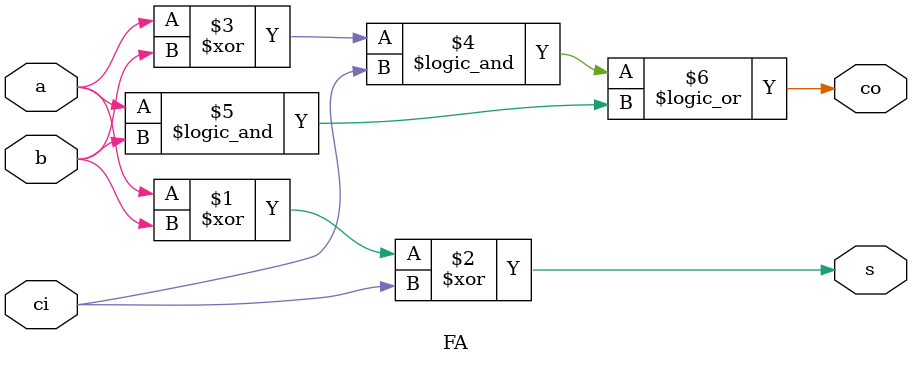
<source format=sv>

module multiply_4by4(
  input [3:0]A,
  input [3:0]B,
  output  [7:0]M);
  logic p0,p1,p2,p3,p4,p5,p6,p7;
logic  c0,c1,c2,c3,c4,c5,c6; 
  
  assign M={p7,p6,p5,p4,p3,p2,p1,p0};
  
  always_comb
    begin
      p0=A[0]&B[0];
      //FA fa1(A[1]&B[0] 
      {c0,p1}=(A[1]&&B[0]) +(A[0]&&B[1]);
      {c1,p2}=(A[2]&&B[0]) +(A[1]&&B[1]) +(A[0]&&B[2])+c0;
      {c2,p3}=(A[3]&&B[0]) +(A[2]&&B[1]) +(A[1]&&B[2])+	(A[0]&&B[3])+c1;
      {c3,p4}=(A[3]&&B[1]) +(A[2]&&B[2]) +(A[1]&&B[3])+c2;
      {c4,p5}=(A[3]&&B[2]) +(A[2]&&B[3])+ c3;
      {p7,p6}=(A[3]&&B[3])+c4;
    end
      
      
endmodule
  
  module FA(input a,b,ci,output s,co);
    assign s= a^b^ci;
    assign co= ((a^b)&&ci) || (a&&b);
  endmodule
</source>
